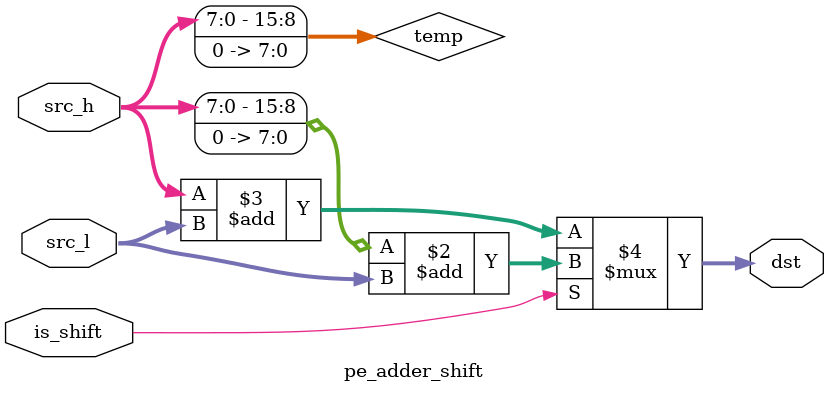
<source format=v>
module pe_mul (
	src_a,
	src_b,
	dst
);
    parameter DATA_A_WIDTH = 16;
    parameter DATA_B_WIDTH = 16;
    parameter RSLT_WIDTH = 16;
    input signed   [DATA_A_WIDTH-1:0] src_a;
    input signed   [DATA_B_WIDTH-1:0] src_b;
    output signed  [RSLT_WIDTH-1:0] dst;
	assign dst = src_a * src_b;

endmodule

module pe_adder (
	src_a,
    src_b,
    src_c,
    src_d,
	src_e,
    dst
);
    parameter DATA_WIDTH = 16;
    parameter RSLT_WIDTH = 16;
    input signed   [DATA_WIDTH-1:0]    src_a;
    input signed   [DATA_WIDTH-1:0]    src_b;
    input signed   [DATA_WIDTH-1:0]    src_c;
    input signed   [DATA_WIDTH-1:0]    src_d;    
    input signed   [DATA_WIDTH-1:0]    src_e;    
    output signed  [RSLT_WIDTH-1:0]      dst;

    assign dst = src_a + src_b + src_c + src_d + src_e;

endmodule

module pe_adder_shift (
	src_h,
    src_l,
    dst,
	is_shift
);
    parameter DATA_WIDTH = 16;
    parameter RSLT_WIDTH = 16;
	parameter SHIFT_AMOUNT = 8;
	input							is_shift;
    input signed   [DATA_WIDTH-1:0]    src_h;
    input signed   [DATA_WIDTH-1:0]    src_l;
    output signed  [RSLT_WIDTH-1:0]      dst;
	wire  signed   [RSLT_WIDTH-1:0]     temp;

	assign temp = src_h << SHIFT_AMOUNT;
    assign dst = is_shift ? (temp + src_l) : (src_h + src_l);

endmodule


</source>
